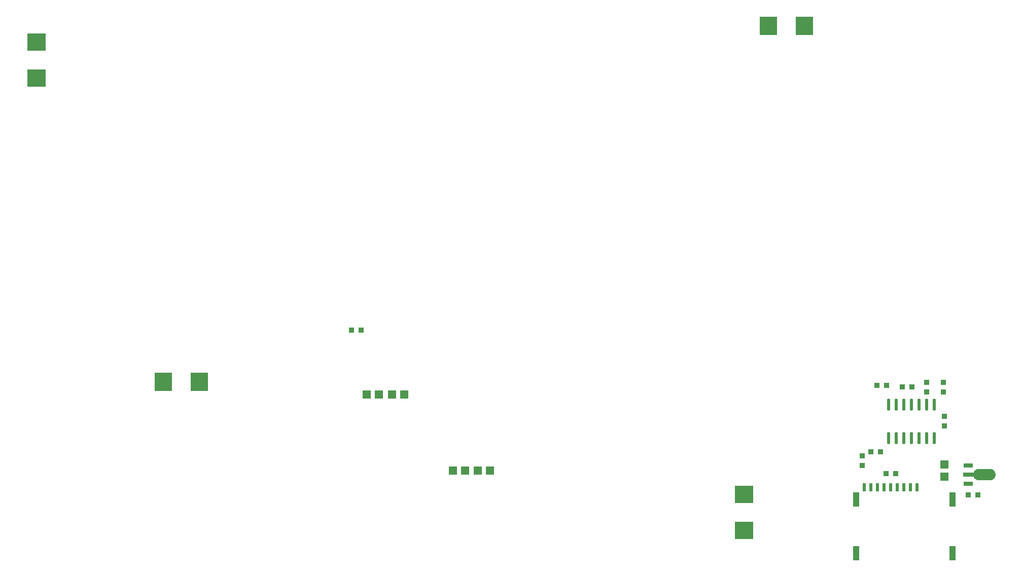
<source format=gtp>
G04 Layer: TopPasteMaskLayer*
G04 EasyEDA v6.5.39, 2024-02-04 17:50:00*
G04 ca02cd42b7a24e50ad9d11446f9c8c94,5509f98a9368439c9cde498926e245b9,10*
G04 Gerber Generator version 0.2*
G04 Scale: 100 percent, Rotated: No, Reflected: No *
G04 Dimensions in inches *
G04 leading zeros omitted , absolute positions ,3 integer and 6 decimal *
%FSLAX36Y36*%
%MOIN*%

%AMMACRO1*21,1,$1,$2,0,0,$3*%
%ADD10O,0.022597999999999997X0.080236*%
%ADD11MACRO1,0.0532X0.0555X90.0000*%
%ADD12MACRO1,0.0532X0.0555X-90.0000*%
%ADD13MACRO1,0.0532X0.0555X0.0000*%
%ADD14R,0.0532X0.0555*%
%ADD15R,0.0433X0.0945*%
%ADD16R,0.0244X0.0551*%
%ADD17R,0.0380X0.0360*%
%ADD18MACRO1,0.0265X0.062X-90.0000*%
%ADD19R,0.0360X0.0380*%
%ADD20MACRO1,0.1102X0.1185X0.0000*%
%ADD21MACRO1,0.1102X0.1185X90.0000*%
%ADD22MACRO1,0.1102X0.1185X-90.0000*%

%LPD*%
D10*
G01*
X7024970Y940970D03*
G01*
X7074970Y940970D03*
G01*
X7124970Y940970D03*
G01*
X7174970Y940970D03*
G01*
X7224970Y940970D03*
G01*
X7274970Y940970D03*
G01*
X7324970Y940970D03*
G01*
X7024970Y1159009D03*
G01*
X7074970Y1159009D03*
G01*
X7124970Y1159009D03*
G01*
X7174970Y1159009D03*
G01*
X7224970Y1159009D03*
G01*
X7274970Y1159009D03*
G01*
X7324970Y1159009D03*
D11*
G01*
X3839375Y1224995D03*
G01*
X3760630Y1224995D03*
D12*
G01*
X4160630Y724995D03*
G01*
X4239375Y724995D03*
D13*
G01*
X7390005Y764370D03*
D14*
G01*
X7390000Y685630D03*
D15*
G01*
X7444979Y537480D03*
G01*
X7444979Y183150D03*
G01*
X6809150Y183150D03*
G01*
X6809150Y537480D03*
D16*
G01*
X6863480Y614920D03*
G01*
X6906790Y614920D03*
G01*
X6950100Y614920D03*
G01*
X6993410Y614920D03*
G01*
X7036710Y614920D03*
G01*
X7080020Y614920D03*
G01*
X7123329Y614920D03*
G01*
X7166639Y614920D03*
G01*
X7209939Y614920D03*
D17*
G01*
X6850000Y821500D03*
G01*
X6850000Y758499D03*
G36*
X7689889Y662260D02*
G01*
X7616890Y662260D01*
X7615140Y662300D01*
X7613389Y662429D01*
X7611650Y662629D01*
X7609920Y662919D01*
X7608199Y663279D01*
X7606509Y663730D01*
X7604830Y664259D01*
X7603190Y664859D01*
X7601570Y665540D01*
X7599989Y666300D01*
X7598440Y667130D01*
X7596940Y668029D01*
X7595479Y669000D01*
X7594059Y670030D01*
X7592700Y671140D01*
X7591390Y672300D01*
X7590129Y673530D01*
X7588940Y674810D01*
X7587799Y676149D01*
X7586729Y677539D01*
X7585730Y678969D01*
X7584799Y680459D01*
X7583930Y681979D01*
X7583140Y683550D01*
X7582420Y686669D01*
X7515600Y686669D01*
X7515600Y712649D01*
X7582420Y712649D01*
X7583140Y715779D01*
X7583930Y717339D01*
X7584799Y718870D01*
X7585730Y720349D01*
X7586729Y721790D01*
X7587799Y723180D01*
X7588940Y724510D01*
X7590129Y725799D01*
X7591390Y727020D01*
X7592700Y728189D01*
X7594059Y729290D01*
X7595479Y730329D01*
X7596940Y731300D01*
X7598440Y732199D01*
X7599989Y733029D01*
X7601570Y733780D01*
X7603190Y734459D01*
X7604830Y735070D01*
X7606509Y735590D01*
X7608199Y736039D01*
X7609920Y736410D01*
X7611650Y736689D01*
X7613389Y736900D01*
X7615140Y737020D01*
X7616890Y737060D01*
X7689889Y737060D01*
X7691639Y737020D01*
X7693389Y736900D01*
X7695129Y736689D01*
X7696859Y736410D01*
X7698580Y736039D01*
X7700270Y735590D01*
X7701949Y735070D01*
X7703590Y734459D01*
X7705209Y733780D01*
X7706790Y733029D01*
X7708339Y732199D01*
X7709840Y731300D01*
X7711300Y730329D01*
X7712719Y729290D01*
X7714080Y728189D01*
X7715389Y727020D01*
X7716639Y725799D01*
X7717839Y724510D01*
X7718969Y723180D01*
X7720039Y721790D01*
X7721049Y720349D01*
X7721980Y718870D01*
X7722849Y717339D01*
X7723639Y715779D01*
X7724359Y714180D01*
X7725000Y712550D01*
X7725569Y710889D01*
X7726049Y709200D01*
X7726459Y707500D01*
X7726790Y705770D01*
X7727030Y704040D01*
X7727200Y702289D01*
X7727280Y700540D01*
X7727280Y698789D01*
X7727200Y697029D01*
X7727030Y695290D01*
X7726790Y693550D01*
X7726459Y691829D01*
X7726049Y690120D01*
X7725569Y688440D01*
X7725000Y686779D01*
X7724359Y685149D01*
X7723639Y683550D01*
X7722849Y681979D01*
X7721980Y680459D01*
X7721049Y678969D01*
X7720039Y677539D01*
X7718969Y676149D01*
X7717839Y674810D01*
X7716639Y673530D01*
X7715389Y672300D01*
X7714080Y671140D01*
X7712719Y670030D01*
X7711300Y669000D01*
X7709840Y668029D01*
X7708339Y667130D01*
X7706790Y666300D01*
X7705209Y665540D01*
X7703590Y664859D01*
X7701949Y664259D01*
X7700270Y663730D01*
X7698580Y663279D01*
X7696859Y662919D01*
X7695129Y662629D01*
X7693389Y662429D01*
X7691639Y662300D01*
X7689889Y662260D01*
G37*
D18*
G01*
X7546605Y640950D03*
G01*
X7546605Y759059D03*
D19*
G01*
X6948500Y1285000D03*
G01*
X7011499Y1285000D03*
G01*
X7008509Y705000D03*
G01*
X7071509Y705000D03*
G01*
X7611490Y565000D03*
G01*
X7548490Y565000D03*
D17*
G01*
X7390000Y1081489D03*
G01*
X7390000Y1018490D03*
D19*
G01*
X6908500Y850000D03*
G01*
X6971499Y850000D03*
D17*
G01*
X7385000Y1306500D03*
G01*
X7385000Y1243499D03*
G01*
X7275000Y1306500D03*
G01*
X7275000Y1243499D03*
D19*
G01*
X7176499Y1275000D03*
G01*
X7113500Y1275000D03*
D20*
G01*
X2256889Y1310000D03*
G01*
X2493110Y1310000D03*
D12*
G01*
X3674375Y1224995D03*
G01*
X3595630Y1224995D03*
D11*
G01*
X4325630Y724995D03*
G01*
X4404375Y724995D03*
D21*
G01*
X1425000Y3306890D03*
G01*
X1425000Y3543109D03*
D20*
G01*
X6469879Y3650000D03*
G01*
X6233660Y3650000D03*
D22*
G01*
X6075000Y568109D03*
G01*
X6075000Y331890D03*
D19*
G01*
X3493500Y1650000D03*
G01*
X3556499Y1650000D03*
M02*

</source>
